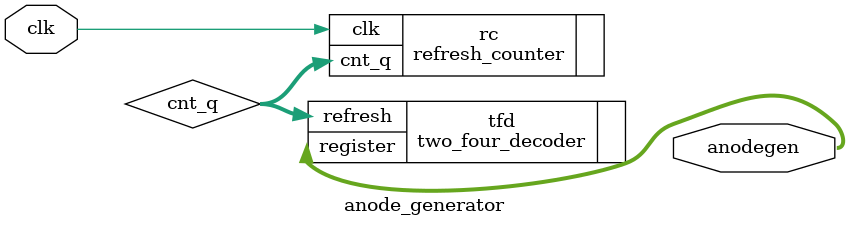
<source format=v>
`timescale 1ns / 1ps


module anode_generator(input clk, output [1:0] anodegen);
    wire [1:0] cnt_q;
    
    refresh_counter rc(.clk(clk), .cnt_q(cnt_q));
    
    two_four_decoder tfd(.refresh(cnt_q), .register(anodegen));
    
endmodule

</source>
